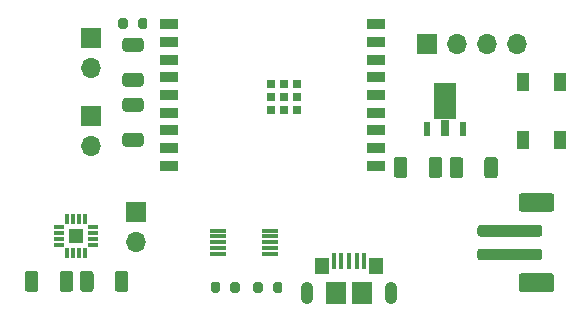
<source format=gbr>
%TF.GenerationSoftware,KiCad,Pcbnew,(5.1.12)-1*%
%TF.CreationDate,2021-12-22T14:47:12+01:00*%
%TF.ProjectId,speaker,73706561-6b65-4722-9e6b-696361645f70,rev?*%
%TF.SameCoordinates,Original*%
%TF.FileFunction,Soldermask,Top*%
%TF.FilePolarity,Negative*%
%FSLAX46Y46*%
G04 Gerber Fmt 4.6, Leading zero omitted, Abs format (unit mm)*
G04 Created by KiCad (PCBNEW (5.1.12)-1) date 2021-12-22 14:47:12*
%MOMM*%
%LPD*%
G01*
G04 APERTURE LIST*
%ADD10R,1.000000X1.500000*%
%ADD11R,1.400000X0.300000*%
%ADD12R,0.700000X0.700000*%
%ADD13R,1.500000X0.900000*%
%ADD14O,1.700000X1.700000*%
%ADD15R,1.700000X1.700000*%
%ADD16R,1.150000X1.450000*%
%ADD17O,1.050000X1.900000*%
%ADD18R,1.750000X1.900000*%
%ADD19R,0.400000X1.400000*%
%ADD20R,1.250000X1.250000*%
%ADD21R,0.300000X0.850000*%
%ADD22R,0.850000X0.300000*%
%ADD23R,0.550000X1.300000*%
%ADD24R,0.800000X1.475000*%
%ADD25R,1.850000X3.125000*%
G04 APERTURE END LIST*
D10*
%TO.C,D1*%
X165582800Y-76897400D03*
X168782800Y-76897400D03*
X165582800Y-71997400D03*
X168782800Y-71997400D03*
%TD*%
D11*
%TO.C,IC1*%
X144186000Y-84598000D03*
X144186000Y-85098000D03*
X144186000Y-85598000D03*
X144186000Y-86098000D03*
X144186000Y-86598000D03*
X139786000Y-86598000D03*
X139786000Y-86098000D03*
X139786000Y-85598000D03*
X139786000Y-85098000D03*
X139786000Y-84598000D03*
%TD*%
%TO.C,J1*%
G36*
G01*
X161998400Y-84123400D02*
X166998400Y-84123400D01*
G75*
G02*
X167248400Y-84373400I0J-250000D01*
G01*
X167248400Y-84873400D01*
G75*
G02*
X166998400Y-85123400I-250000J0D01*
G01*
X161998400Y-85123400D01*
G75*
G02*
X161748400Y-84873400I0J250000D01*
G01*
X161748400Y-84373400D01*
G75*
G02*
X161998400Y-84123400I250000J0D01*
G01*
G37*
G36*
G01*
X161998400Y-86123400D02*
X166998400Y-86123400D01*
G75*
G02*
X167248400Y-86373400I0J-250000D01*
G01*
X167248400Y-86873400D01*
G75*
G02*
X166998400Y-87123400I-250000J0D01*
G01*
X161998400Y-87123400D01*
G75*
G02*
X161748400Y-86873400I0J250000D01*
G01*
X161748400Y-86373400D01*
G75*
G02*
X161998400Y-86123400I250000J0D01*
G01*
G37*
G36*
G01*
X165498400Y-81423400D02*
X167998400Y-81423400D01*
G75*
G02*
X168248400Y-81673400I0J-250000D01*
G01*
X168248400Y-82773400D01*
G75*
G02*
X167998400Y-83023400I-250000J0D01*
G01*
X165498400Y-83023400D01*
G75*
G02*
X165248400Y-82773400I0J250000D01*
G01*
X165248400Y-81673400D01*
G75*
G02*
X165498400Y-81423400I250000J0D01*
G01*
G37*
G36*
G01*
X165498400Y-88223400D02*
X167998400Y-88223400D01*
G75*
G02*
X168248400Y-88473400I0J-250000D01*
G01*
X168248400Y-89573400D01*
G75*
G02*
X167998400Y-89823400I-250000J0D01*
G01*
X165498400Y-89823400D01*
G75*
G02*
X165248400Y-89573400I0J250000D01*
G01*
X165248400Y-88473400D01*
G75*
G02*
X165498400Y-88223400I250000J0D01*
G01*
G37*
%TD*%
D12*
%TO.C,U1*%
X144285000Y-72225000D03*
X144285000Y-73325000D03*
X144285000Y-74425000D03*
X145335000Y-74425000D03*
X146485000Y-74425000D03*
X146485000Y-73325000D03*
X146485000Y-72225000D03*
X145335000Y-72225000D03*
X145335000Y-73325000D03*
D13*
X153175000Y-67125000D03*
X153175000Y-68625000D03*
X153175000Y-70125000D03*
X153175000Y-71625000D03*
X153175000Y-73125000D03*
X153175000Y-74625000D03*
X153175000Y-76125000D03*
X153175000Y-77625000D03*
X153175000Y-79125000D03*
X135675000Y-67125000D03*
X135675000Y-68625000D03*
X135675000Y-70125000D03*
X135675000Y-71625000D03*
X135675000Y-73125000D03*
X135675000Y-74625000D03*
X135675000Y-76125000D03*
X135675000Y-77625000D03*
X135675000Y-79125000D03*
%TD*%
D14*
%TO.C,J5*%
X129032000Y-70866000D03*
D15*
X129032000Y-68326000D03*
%TD*%
D14*
%TO.C,J6*%
X132842000Y-85598000D03*
D15*
X132842000Y-83058000D03*
%TD*%
%TO.C,R3*%
G36*
G01*
X133013000Y-67331000D02*
X133013000Y-66781000D01*
G75*
G02*
X133213000Y-66581000I200000J0D01*
G01*
X133613000Y-66581000D01*
G75*
G02*
X133813000Y-66781000I0J-200000D01*
G01*
X133813000Y-67331000D01*
G75*
G02*
X133613000Y-67531000I-200000J0D01*
G01*
X133213000Y-67531000D01*
G75*
G02*
X133013000Y-67331000I0J200000D01*
G01*
G37*
G36*
G01*
X131363000Y-67331000D02*
X131363000Y-66781000D01*
G75*
G02*
X131563000Y-66581000I200000J0D01*
G01*
X131963000Y-66581000D01*
G75*
G02*
X132163000Y-66781000I0J-200000D01*
G01*
X132163000Y-67331000D01*
G75*
G02*
X131963000Y-67531000I-200000J0D01*
G01*
X131563000Y-67531000D01*
G75*
G02*
X131363000Y-67331000I0J200000D01*
G01*
G37*
%TD*%
%TO.C,R2*%
G36*
G01*
X140824000Y-89683000D02*
X140824000Y-89133000D01*
G75*
G02*
X141024000Y-88933000I200000J0D01*
G01*
X141424000Y-88933000D01*
G75*
G02*
X141624000Y-89133000I0J-200000D01*
G01*
X141624000Y-89683000D01*
G75*
G02*
X141424000Y-89883000I-200000J0D01*
G01*
X141024000Y-89883000D01*
G75*
G02*
X140824000Y-89683000I0J200000D01*
G01*
G37*
G36*
G01*
X139174000Y-89683000D02*
X139174000Y-89133000D01*
G75*
G02*
X139374000Y-88933000I200000J0D01*
G01*
X139774000Y-88933000D01*
G75*
G02*
X139974000Y-89133000I0J-200000D01*
G01*
X139974000Y-89683000D01*
G75*
G02*
X139774000Y-89883000I-200000J0D01*
G01*
X139374000Y-89883000D01*
G75*
G02*
X139174000Y-89683000I0J200000D01*
G01*
G37*
%TD*%
%TO.C,R1*%
G36*
G01*
X144443000Y-89683000D02*
X144443000Y-89133000D01*
G75*
G02*
X144643000Y-88933000I200000J0D01*
G01*
X145043000Y-88933000D01*
G75*
G02*
X145243000Y-89133000I0J-200000D01*
G01*
X145243000Y-89683000D01*
G75*
G02*
X145043000Y-89883000I-200000J0D01*
G01*
X144643000Y-89883000D01*
G75*
G02*
X144443000Y-89683000I0J200000D01*
G01*
G37*
G36*
G01*
X142793000Y-89683000D02*
X142793000Y-89133000D01*
G75*
G02*
X142993000Y-88933000I200000J0D01*
G01*
X143393000Y-88933000D01*
G75*
G02*
X143593000Y-89133000I0J-200000D01*
G01*
X143593000Y-89683000D01*
G75*
G02*
X143393000Y-89883000I-200000J0D01*
G01*
X142993000Y-89883000D01*
G75*
G02*
X142793000Y-89683000I0J200000D01*
G01*
G37*
%TD*%
D14*
%TO.C,J4*%
X129032000Y-77470000D03*
D15*
X129032000Y-74930000D03*
%TD*%
D16*
%TO.C,J3*%
X148556000Y-87616000D03*
X153196000Y-87616000D03*
D17*
X154451000Y-89846000D03*
X147301000Y-89846000D03*
D18*
X149751000Y-89846000D03*
D19*
X150876000Y-87196000D03*
X151526000Y-87196000D03*
X152176000Y-87196000D03*
X149576000Y-87196000D03*
X150226000Y-87196000D03*
D18*
X152001000Y-89846000D03*
%TD*%
D14*
%TO.C,J2*%
X165100000Y-68834000D03*
X162560000Y-68834000D03*
X160020000Y-68834000D03*
D15*
X157480000Y-68834000D03*
%TD*%
D20*
%TO.C,IC3*%
X127762000Y-85090000D03*
D21*
X127012000Y-83640000D03*
X127512000Y-83640000D03*
X128012000Y-83640000D03*
X128512000Y-83640000D03*
D22*
X129212000Y-84340000D03*
X129212000Y-84840000D03*
X129212000Y-85340000D03*
X129212000Y-85840000D03*
D21*
X128512000Y-86540000D03*
X128012000Y-86540000D03*
X127512000Y-86540000D03*
X127012000Y-86540000D03*
D22*
X126312000Y-85840000D03*
X126312000Y-85340000D03*
X126312000Y-84840000D03*
X126312000Y-84340000D03*
%TD*%
D23*
%TO.C,IC2*%
X157504000Y-75990000D03*
D24*
X159004000Y-75902000D03*
D23*
X160504000Y-75990000D03*
D25*
X159004000Y-73602000D03*
%TD*%
%TO.C,C6*%
G36*
G01*
X131937999Y-71258000D02*
X133238001Y-71258000D01*
G75*
G02*
X133488000Y-71507999I0J-249999D01*
G01*
X133488000Y-72158001D01*
G75*
G02*
X133238001Y-72408000I-249999J0D01*
G01*
X131937999Y-72408000D01*
G75*
G02*
X131688000Y-72158001I0J249999D01*
G01*
X131688000Y-71507999D01*
G75*
G02*
X131937999Y-71258000I249999J0D01*
G01*
G37*
G36*
G01*
X131937999Y-68308000D02*
X133238001Y-68308000D01*
G75*
G02*
X133488000Y-68557999I0J-249999D01*
G01*
X133488000Y-69208001D01*
G75*
G02*
X133238001Y-69458000I-249999J0D01*
G01*
X131937999Y-69458000D01*
G75*
G02*
X131688000Y-69208001I0J249999D01*
G01*
X131688000Y-68557999D01*
G75*
G02*
X131937999Y-68308000I249999J0D01*
G01*
G37*
%TD*%
%TO.C,C5*%
G36*
G01*
X131937999Y-76338000D02*
X133238001Y-76338000D01*
G75*
G02*
X133488000Y-76587999I0J-249999D01*
G01*
X133488000Y-77238001D01*
G75*
G02*
X133238001Y-77488000I-249999J0D01*
G01*
X131937999Y-77488000D01*
G75*
G02*
X131688000Y-77238001I0J249999D01*
G01*
X131688000Y-76587999D01*
G75*
G02*
X131937999Y-76338000I249999J0D01*
G01*
G37*
G36*
G01*
X131937999Y-73388000D02*
X133238001Y-73388000D01*
G75*
G02*
X133488000Y-73637999I0J-249999D01*
G01*
X133488000Y-74288001D01*
G75*
G02*
X133238001Y-74538000I-249999J0D01*
G01*
X131937999Y-74538000D01*
G75*
G02*
X131688000Y-74288001I0J249999D01*
G01*
X131688000Y-73637999D01*
G75*
G02*
X131937999Y-73388000I249999J0D01*
G01*
G37*
%TD*%
%TO.C,C4*%
G36*
G01*
X131049600Y-89550001D02*
X131049600Y-88249999D01*
G75*
G02*
X131299599Y-88000000I249999J0D01*
G01*
X131949601Y-88000000D01*
G75*
G02*
X132199600Y-88249999I0J-249999D01*
G01*
X132199600Y-89550001D01*
G75*
G02*
X131949601Y-89800000I-249999J0D01*
G01*
X131299599Y-89800000D01*
G75*
G02*
X131049600Y-89550001I0J249999D01*
G01*
G37*
G36*
G01*
X128099600Y-89550001D02*
X128099600Y-88249999D01*
G75*
G02*
X128349599Y-88000000I249999J0D01*
G01*
X128999601Y-88000000D01*
G75*
G02*
X129249600Y-88249999I0J-249999D01*
G01*
X129249600Y-89550001D01*
G75*
G02*
X128999601Y-89800000I-249999J0D01*
G01*
X128349599Y-89800000D01*
G75*
G02*
X128099600Y-89550001I0J249999D01*
G01*
G37*
%TD*%
%TO.C,C3*%
G36*
G01*
X124576000Y-88249999D02*
X124576000Y-89550001D01*
G75*
G02*
X124326001Y-89800000I-249999J0D01*
G01*
X123675999Y-89800000D01*
G75*
G02*
X123426000Y-89550001I0J249999D01*
G01*
X123426000Y-88249999D01*
G75*
G02*
X123675999Y-88000000I249999J0D01*
G01*
X124326001Y-88000000D01*
G75*
G02*
X124576000Y-88249999I0J-249999D01*
G01*
G37*
G36*
G01*
X127526000Y-88249999D02*
X127526000Y-89550001D01*
G75*
G02*
X127276001Y-89800000I-249999J0D01*
G01*
X126625999Y-89800000D01*
G75*
G02*
X126376000Y-89550001I0J249999D01*
G01*
X126376000Y-88249999D01*
G75*
G02*
X126625999Y-88000000I249999J0D01*
G01*
X127276001Y-88000000D01*
G75*
G02*
X127526000Y-88249999I0J-249999D01*
G01*
G37*
%TD*%
%TO.C,C2*%
G36*
G01*
X162342400Y-79923401D02*
X162342400Y-78623399D01*
G75*
G02*
X162592399Y-78373400I249999J0D01*
G01*
X163242401Y-78373400D01*
G75*
G02*
X163492400Y-78623399I0J-249999D01*
G01*
X163492400Y-79923401D01*
G75*
G02*
X163242401Y-80173400I-249999J0D01*
G01*
X162592399Y-80173400D01*
G75*
G02*
X162342400Y-79923401I0J249999D01*
G01*
G37*
G36*
G01*
X159392400Y-79923401D02*
X159392400Y-78623399D01*
G75*
G02*
X159642399Y-78373400I249999J0D01*
G01*
X160292401Y-78373400D01*
G75*
G02*
X160542400Y-78623399I0J-249999D01*
G01*
X160542400Y-79923401D01*
G75*
G02*
X160292401Y-80173400I-249999J0D01*
G01*
X159642399Y-80173400D01*
G75*
G02*
X159392400Y-79923401I0J249999D01*
G01*
G37*
%TD*%
%TO.C,C1*%
G36*
G01*
X155818000Y-78597999D02*
X155818000Y-79898001D01*
G75*
G02*
X155568001Y-80148000I-249999J0D01*
G01*
X154917999Y-80148000D01*
G75*
G02*
X154668000Y-79898001I0J249999D01*
G01*
X154668000Y-78597999D01*
G75*
G02*
X154917999Y-78348000I249999J0D01*
G01*
X155568001Y-78348000D01*
G75*
G02*
X155818000Y-78597999I0J-249999D01*
G01*
G37*
G36*
G01*
X158768000Y-78597999D02*
X158768000Y-79898001D01*
G75*
G02*
X158518001Y-80148000I-249999J0D01*
G01*
X157867999Y-80148000D01*
G75*
G02*
X157618000Y-79898001I0J249999D01*
G01*
X157618000Y-78597999D01*
G75*
G02*
X157867999Y-78348000I249999J0D01*
G01*
X158518001Y-78348000D01*
G75*
G02*
X158768000Y-78597999I0J-249999D01*
G01*
G37*
%TD*%
M02*

</source>
